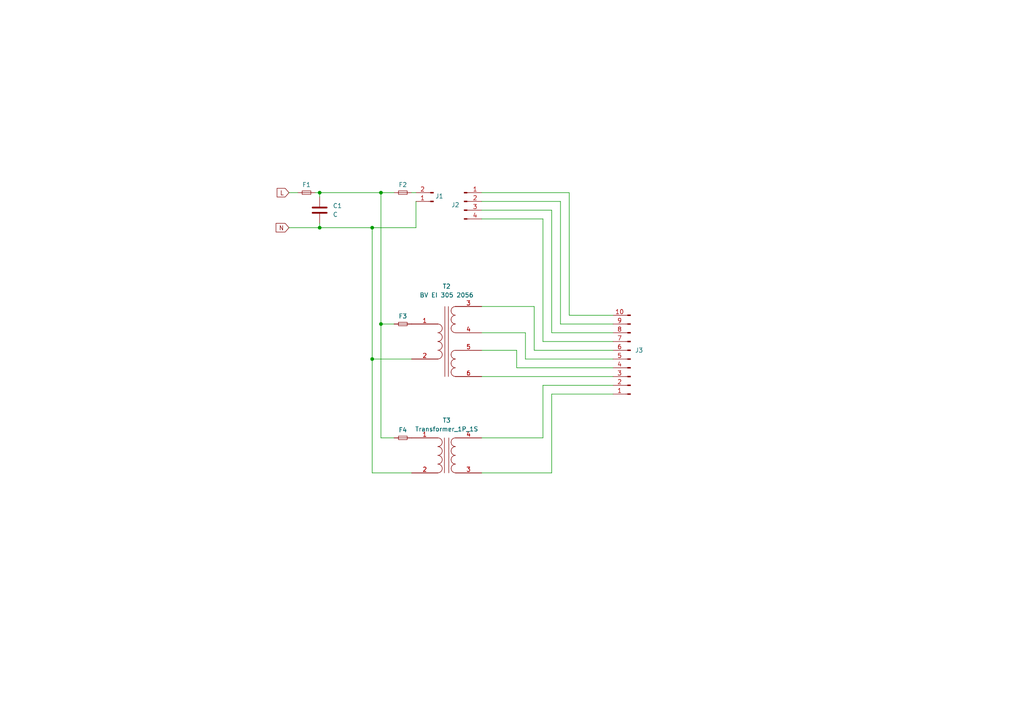
<source format=kicad_sch>
(kicad_sch
	(version 20231120)
	(generator "eeschema")
	(generator_version "8.0")
	(uuid "072b511e-f0ec-4909-b9c0-149273565cd2")
	(paper "A4")
	(lib_symbols
		(symbol "Connector:Conn_01x02_Pin"
			(pin_names
				(offset 1.016) hide)
			(exclude_from_sim no)
			(in_bom yes)
			(on_board yes)
			(property "Reference" "J"
				(at 0 2.54 0)
				(effects
					(font
						(size 1.27 1.27)
					)
				)
			)
			(property "Value" "Conn_01x02_Pin"
				(at 0 -5.08 0)
				(effects
					(font
						(size 1.27 1.27)
					)
				)
			)
			(property "Footprint" ""
				(at 0 0 0)
				(effects
					(font
						(size 1.27 1.27)
					)
					(hide yes)
				)
			)
			(property "Datasheet" "~"
				(at 0 0 0)
				(effects
					(font
						(size 1.27 1.27)
					)
					(hide yes)
				)
			)
			(property "Description" "Generic connector, single row, 01x02, script generated"
				(at 0 0 0)
				(effects
					(font
						(size 1.27 1.27)
					)
					(hide yes)
				)
			)
			(property "ki_locked" ""
				(at 0 0 0)
				(effects
					(font
						(size 1.27 1.27)
					)
				)
			)
			(property "ki_keywords" "connector"
				(at 0 0 0)
				(effects
					(font
						(size 1.27 1.27)
					)
					(hide yes)
				)
			)
			(property "ki_fp_filters" "Connector*:*_1x??_*"
				(at 0 0 0)
				(effects
					(font
						(size 1.27 1.27)
					)
					(hide yes)
				)
			)
			(symbol "Conn_01x02_Pin_1_1"
				(polyline
					(pts
						(xy 1.27 -2.54) (xy 0.8636 -2.54)
					)
					(stroke
						(width 0.1524)
						(type default)
					)
					(fill
						(type none)
					)
				)
				(polyline
					(pts
						(xy 1.27 0) (xy 0.8636 0)
					)
					(stroke
						(width 0.1524)
						(type default)
					)
					(fill
						(type none)
					)
				)
				(rectangle
					(start 0.8636 -2.413)
					(end 0 -2.667)
					(stroke
						(width 0.1524)
						(type default)
					)
					(fill
						(type outline)
					)
				)
				(rectangle
					(start 0.8636 0.127)
					(end 0 -0.127)
					(stroke
						(width 0.1524)
						(type default)
					)
					(fill
						(type outline)
					)
				)
				(pin passive line
					(at 5.08 0 180)
					(length 3.81)
					(name "Pin_1"
						(effects
							(font
								(size 1.27 1.27)
							)
						)
					)
					(number "1"
						(effects
							(font
								(size 1.27 1.27)
							)
						)
					)
				)
				(pin passive line
					(at 5.08 -2.54 180)
					(length 3.81)
					(name "Pin_2"
						(effects
							(font
								(size 1.27 1.27)
							)
						)
					)
					(number "2"
						(effects
							(font
								(size 1.27 1.27)
							)
						)
					)
				)
			)
		)
		(symbol "Connector:Conn_01x04_Pin"
			(pin_names
				(offset 1.016) hide)
			(exclude_from_sim no)
			(in_bom yes)
			(on_board yes)
			(property "Reference" "J"
				(at 0 5.08 0)
				(effects
					(font
						(size 1.27 1.27)
					)
				)
			)
			(property "Value" "Conn_01x04_Pin"
				(at 0 -7.62 0)
				(effects
					(font
						(size 1.27 1.27)
					)
				)
			)
			(property "Footprint" ""
				(at 0 0 0)
				(effects
					(font
						(size 1.27 1.27)
					)
					(hide yes)
				)
			)
			(property "Datasheet" "~"
				(at 0 0 0)
				(effects
					(font
						(size 1.27 1.27)
					)
					(hide yes)
				)
			)
			(property "Description" "Generic connector, single row, 01x04, script generated"
				(at 0 0 0)
				(effects
					(font
						(size 1.27 1.27)
					)
					(hide yes)
				)
			)
			(property "ki_locked" ""
				(at 0 0 0)
				(effects
					(font
						(size 1.27 1.27)
					)
				)
			)
			(property "ki_keywords" "connector"
				(at 0 0 0)
				(effects
					(font
						(size 1.27 1.27)
					)
					(hide yes)
				)
			)
			(property "ki_fp_filters" "Connector*:*_1x??_*"
				(at 0 0 0)
				(effects
					(font
						(size 1.27 1.27)
					)
					(hide yes)
				)
			)
			(symbol "Conn_01x04_Pin_1_1"
				(polyline
					(pts
						(xy 1.27 -5.08) (xy 0.8636 -5.08)
					)
					(stroke
						(width 0.1524)
						(type default)
					)
					(fill
						(type none)
					)
				)
				(polyline
					(pts
						(xy 1.27 -2.54) (xy 0.8636 -2.54)
					)
					(stroke
						(width 0.1524)
						(type default)
					)
					(fill
						(type none)
					)
				)
				(polyline
					(pts
						(xy 1.27 0) (xy 0.8636 0)
					)
					(stroke
						(width 0.1524)
						(type default)
					)
					(fill
						(type none)
					)
				)
				(polyline
					(pts
						(xy 1.27 2.54) (xy 0.8636 2.54)
					)
					(stroke
						(width 0.1524)
						(type default)
					)
					(fill
						(type none)
					)
				)
				(rectangle
					(start 0.8636 -4.953)
					(end 0 -5.207)
					(stroke
						(width 0.1524)
						(type default)
					)
					(fill
						(type outline)
					)
				)
				(rectangle
					(start 0.8636 -2.413)
					(end 0 -2.667)
					(stroke
						(width 0.1524)
						(type default)
					)
					(fill
						(type outline)
					)
				)
				(rectangle
					(start 0.8636 0.127)
					(end 0 -0.127)
					(stroke
						(width 0.1524)
						(type default)
					)
					(fill
						(type outline)
					)
				)
				(rectangle
					(start 0.8636 2.667)
					(end 0 2.413)
					(stroke
						(width 0.1524)
						(type default)
					)
					(fill
						(type outline)
					)
				)
				(pin passive line
					(at 5.08 2.54 180)
					(length 3.81)
					(name "Pin_1"
						(effects
							(font
								(size 1.27 1.27)
							)
						)
					)
					(number "1"
						(effects
							(font
								(size 1.27 1.27)
							)
						)
					)
				)
				(pin passive line
					(at 5.08 0 180)
					(length 3.81)
					(name "Pin_2"
						(effects
							(font
								(size 1.27 1.27)
							)
						)
					)
					(number "2"
						(effects
							(font
								(size 1.27 1.27)
							)
						)
					)
				)
				(pin passive line
					(at 5.08 -2.54 180)
					(length 3.81)
					(name "Pin_3"
						(effects
							(font
								(size 1.27 1.27)
							)
						)
					)
					(number "3"
						(effects
							(font
								(size 1.27 1.27)
							)
						)
					)
				)
				(pin passive line
					(at 5.08 -5.08 180)
					(length 3.81)
					(name "Pin_4"
						(effects
							(font
								(size 1.27 1.27)
							)
						)
					)
					(number "4"
						(effects
							(font
								(size 1.27 1.27)
							)
						)
					)
				)
			)
		)
		(symbol "Connector:Conn_01x10_Pin"
			(pin_names
				(offset 1.016) hide)
			(exclude_from_sim no)
			(in_bom yes)
			(on_board yes)
			(property "Reference" "J"
				(at 0 12.7 0)
				(effects
					(font
						(size 1.27 1.27)
					)
				)
			)
			(property "Value" "Conn_01x10_Pin"
				(at 0 -15.24 0)
				(effects
					(font
						(size 1.27 1.27)
					)
				)
			)
			(property "Footprint" ""
				(at 0 0 0)
				(effects
					(font
						(size 1.27 1.27)
					)
					(hide yes)
				)
			)
			(property "Datasheet" "~"
				(at 0 0 0)
				(effects
					(font
						(size 1.27 1.27)
					)
					(hide yes)
				)
			)
			(property "Description" "Generic connector, single row, 01x10, script generated"
				(at 0 0 0)
				(effects
					(font
						(size 1.27 1.27)
					)
					(hide yes)
				)
			)
			(property "ki_locked" ""
				(at 0 0 0)
				(effects
					(font
						(size 1.27 1.27)
					)
				)
			)
			(property "ki_keywords" "connector"
				(at 0 0 0)
				(effects
					(font
						(size 1.27 1.27)
					)
					(hide yes)
				)
			)
			(property "ki_fp_filters" "Connector*:*_1x??_*"
				(at 0 0 0)
				(effects
					(font
						(size 1.27 1.27)
					)
					(hide yes)
				)
			)
			(symbol "Conn_01x10_Pin_1_1"
				(polyline
					(pts
						(xy 1.27 -12.7) (xy 0.8636 -12.7)
					)
					(stroke
						(width 0.1524)
						(type default)
					)
					(fill
						(type none)
					)
				)
				(polyline
					(pts
						(xy 1.27 -10.16) (xy 0.8636 -10.16)
					)
					(stroke
						(width 0.1524)
						(type default)
					)
					(fill
						(type none)
					)
				)
				(polyline
					(pts
						(xy 1.27 -7.62) (xy 0.8636 -7.62)
					)
					(stroke
						(width 0.1524)
						(type default)
					)
					(fill
						(type none)
					)
				)
				(polyline
					(pts
						(xy 1.27 -5.08) (xy 0.8636 -5.08)
					)
					(stroke
						(width 0.1524)
						(type default)
					)
					(fill
						(type none)
					)
				)
				(polyline
					(pts
						(xy 1.27 -2.54) (xy 0.8636 -2.54)
					)
					(stroke
						(width 0.1524)
						(type default)
					)
					(fill
						(type none)
					)
				)
				(polyline
					(pts
						(xy 1.27 0) (xy 0.8636 0)
					)
					(stroke
						(width 0.1524)
						(type default)
					)
					(fill
						(type none)
					)
				)
				(polyline
					(pts
						(xy 1.27 2.54) (xy 0.8636 2.54)
					)
					(stroke
						(width 0.1524)
						(type default)
					)
					(fill
						(type none)
					)
				)
				(polyline
					(pts
						(xy 1.27 5.08) (xy 0.8636 5.08)
					)
					(stroke
						(width 0.1524)
						(type default)
					)
					(fill
						(type none)
					)
				)
				(polyline
					(pts
						(xy 1.27 7.62) (xy 0.8636 7.62)
					)
					(stroke
						(width 0.1524)
						(type default)
					)
					(fill
						(type none)
					)
				)
				(polyline
					(pts
						(xy 1.27 10.16) (xy 0.8636 10.16)
					)
					(stroke
						(width 0.1524)
						(type default)
					)
					(fill
						(type none)
					)
				)
				(rectangle
					(start 0.8636 -12.573)
					(end 0 -12.827)
					(stroke
						(width 0.1524)
						(type default)
					)
					(fill
						(type outline)
					)
				)
				(rectangle
					(start 0.8636 -10.033)
					(end 0 -10.287)
					(stroke
						(width 0.1524)
						(type default)
					)
					(fill
						(type outline)
					)
				)
				(rectangle
					(start 0.8636 -7.493)
					(end 0 -7.747)
					(stroke
						(width 0.1524)
						(type default)
					)
					(fill
						(type outline)
					)
				)
				(rectangle
					(start 0.8636 -4.953)
					(end 0 -5.207)
					(stroke
						(width 0.1524)
						(type default)
					)
					(fill
						(type outline)
					)
				)
				(rectangle
					(start 0.8636 -2.413)
					(end 0 -2.667)
					(stroke
						(width 0.1524)
						(type default)
					)
					(fill
						(type outline)
					)
				)
				(rectangle
					(start 0.8636 0.127)
					(end 0 -0.127)
					(stroke
						(width 0.1524)
						(type default)
					)
					(fill
						(type outline)
					)
				)
				(rectangle
					(start 0.8636 2.667)
					(end 0 2.413)
					(stroke
						(width 0.1524)
						(type default)
					)
					(fill
						(type outline)
					)
				)
				(rectangle
					(start 0.8636 5.207)
					(end 0 4.953)
					(stroke
						(width 0.1524)
						(type default)
					)
					(fill
						(type outline)
					)
				)
				(rectangle
					(start 0.8636 7.747)
					(end 0 7.493)
					(stroke
						(width 0.1524)
						(type default)
					)
					(fill
						(type outline)
					)
				)
				(rectangle
					(start 0.8636 10.287)
					(end 0 10.033)
					(stroke
						(width 0.1524)
						(type default)
					)
					(fill
						(type outline)
					)
				)
				(pin passive line
					(at 5.08 10.16 180)
					(length 3.81)
					(name "Pin_1"
						(effects
							(font
								(size 1.27 1.27)
							)
						)
					)
					(number "1"
						(effects
							(font
								(size 1.27 1.27)
							)
						)
					)
				)
				(pin passive line
					(at 5.08 -12.7 180)
					(length 3.81)
					(name "Pin_10"
						(effects
							(font
								(size 1.27 1.27)
							)
						)
					)
					(number "10"
						(effects
							(font
								(size 1.27 1.27)
							)
						)
					)
				)
				(pin passive line
					(at 5.08 7.62 180)
					(length 3.81)
					(name "Pin_2"
						(effects
							(font
								(size 1.27 1.27)
							)
						)
					)
					(number "2"
						(effects
							(font
								(size 1.27 1.27)
							)
						)
					)
				)
				(pin passive line
					(at 5.08 5.08 180)
					(length 3.81)
					(name "Pin_3"
						(effects
							(font
								(size 1.27 1.27)
							)
						)
					)
					(number "3"
						(effects
							(font
								(size 1.27 1.27)
							)
						)
					)
				)
				(pin passive line
					(at 5.08 2.54 180)
					(length 3.81)
					(name "Pin_4"
						(effects
							(font
								(size 1.27 1.27)
							)
						)
					)
					(number "4"
						(effects
							(font
								(size 1.27 1.27)
							)
						)
					)
				)
				(pin passive line
					(at 5.08 0 180)
					(length 3.81)
					(name "Pin_5"
						(effects
							(font
								(size 1.27 1.27)
							)
						)
					)
					(number "5"
						(effects
							(font
								(size 1.27 1.27)
							)
						)
					)
				)
				(pin passive line
					(at 5.08 -2.54 180)
					(length 3.81)
					(name "Pin_6"
						(effects
							(font
								(size 1.27 1.27)
							)
						)
					)
					(number "6"
						(effects
							(font
								(size 1.27 1.27)
							)
						)
					)
				)
				(pin passive line
					(at 5.08 -5.08 180)
					(length 3.81)
					(name "Pin_7"
						(effects
							(font
								(size 1.27 1.27)
							)
						)
					)
					(number "7"
						(effects
							(font
								(size 1.27 1.27)
							)
						)
					)
				)
				(pin passive line
					(at 5.08 -7.62 180)
					(length 3.81)
					(name "Pin_8"
						(effects
							(font
								(size 1.27 1.27)
							)
						)
					)
					(number "8"
						(effects
							(font
								(size 1.27 1.27)
							)
						)
					)
				)
				(pin passive line
					(at 5.08 -10.16 180)
					(length 3.81)
					(name "Pin_9"
						(effects
							(font
								(size 1.27 1.27)
							)
						)
					)
					(number "9"
						(effects
							(font
								(size 1.27 1.27)
							)
						)
					)
				)
			)
		)
		(symbol "Device:C"
			(pin_numbers hide)
			(pin_names
				(offset 0.254)
			)
			(exclude_from_sim no)
			(in_bom yes)
			(on_board yes)
			(property "Reference" "C"
				(at 0.635 2.54 0)
				(effects
					(font
						(size 1.27 1.27)
					)
					(justify left)
				)
			)
			(property "Value" "C"
				(at 0.635 -2.54 0)
				(effects
					(font
						(size 1.27 1.27)
					)
					(justify left)
				)
			)
			(property "Footprint" ""
				(at 0.9652 -3.81 0)
				(effects
					(font
						(size 1.27 1.27)
					)
					(hide yes)
				)
			)
			(property "Datasheet" "~"
				(at 0 0 0)
				(effects
					(font
						(size 1.27 1.27)
					)
					(hide yes)
				)
			)
			(property "Description" "Unpolarized capacitor"
				(at 0 0 0)
				(effects
					(font
						(size 1.27 1.27)
					)
					(hide yes)
				)
			)
			(property "ki_keywords" "cap capacitor"
				(at 0 0 0)
				(effects
					(font
						(size 1.27 1.27)
					)
					(hide yes)
				)
			)
			(property "ki_fp_filters" "C_*"
				(at 0 0 0)
				(effects
					(font
						(size 1.27 1.27)
					)
					(hide yes)
				)
			)
			(symbol "C_0_1"
				(polyline
					(pts
						(xy -2.032 -0.762) (xy 2.032 -0.762)
					)
					(stroke
						(width 0.508)
						(type default)
					)
					(fill
						(type none)
					)
				)
				(polyline
					(pts
						(xy -2.032 0.762) (xy 2.032 0.762)
					)
					(stroke
						(width 0.508)
						(type default)
					)
					(fill
						(type none)
					)
				)
			)
			(symbol "C_1_1"
				(pin passive line
					(at 0 3.81 270)
					(length 2.794)
					(name "~"
						(effects
							(font
								(size 1.27 1.27)
							)
						)
					)
					(number "1"
						(effects
							(font
								(size 1.27 1.27)
							)
						)
					)
				)
				(pin passive line
					(at 0 -3.81 90)
					(length 2.794)
					(name "~"
						(effects
							(font
								(size 1.27 1.27)
							)
						)
					)
					(number "2"
						(effects
							(font
								(size 1.27 1.27)
							)
						)
					)
				)
			)
		)
		(symbol "Device:Fuse_Small"
			(pin_numbers hide)
			(pin_names
				(offset 0.254) hide)
			(exclude_from_sim no)
			(in_bom yes)
			(on_board yes)
			(property "Reference" "F"
				(at 0 -1.524 0)
				(effects
					(font
						(size 1.27 1.27)
					)
				)
			)
			(property "Value" "Fuse_Small"
				(at 0 1.524 0)
				(effects
					(font
						(size 1.27 1.27)
					)
				)
			)
			(property "Footprint" ""
				(at 0 0 0)
				(effects
					(font
						(size 1.27 1.27)
					)
					(hide yes)
				)
			)
			(property "Datasheet" "~"
				(at 0 0 0)
				(effects
					(font
						(size 1.27 1.27)
					)
					(hide yes)
				)
			)
			(property "Description" "Fuse, small symbol"
				(at 0 0 0)
				(effects
					(font
						(size 1.27 1.27)
					)
					(hide yes)
				)
			)
			(property "ki_keywords" "fuse"
				(at 0 0 0)
				(effects
					(font
						(size 1.27 1.27)
					)
					(hide yes)
				)
			)
			(property "ki_fp_filters" "*Fuse*"
				(at 0 0 0)
				(effects
					(font
						(size 1.27 1.27)
					)
					(hide yes)
				)
			)
			(symbol "Fuse_Small_0_1"
				(rectangle
					(start -1.27 0.508)
					(end 1.27 -0.508)
					(stroke
						(width 0)
						(type default)
					)
					(fill
						(type none)
					)
				)
				(polyline
					(pts
						(xy -1.27 0) (xy 1.27 0)
					)
					(stroke
						(width 0)
						(type default)
					)
					(fill
						(type none)
					)
				)
			)
			(symbol "Fuse_Small_1_1"
				(pin passive line
					(at -2.54 0 0)
					(length 1.27)
					(name "~"
						(effects
							(font
								(size 1.27 1.27)
							)
						)
					)
					(number "1"
						(effects
							(font
								(size 1.27 1.27)
							)
						)
					)
				)
				(pin passive line
					(at 2.54 0 180)
					(length 1.27)
					(name "~"
						(effects
							(font
								(size 1.27 1.27)
							)
						)
					)
					(number "2"
						(effects
							(font
								(size 1.27 1.27)
							)
						)
					)
				)
			)
		)
		(symbol "Device:Transformer_1P_1S"
			(pin_names
				(offset 1.016) hide)
			(exclude_from_sim no)
			(in_bom yes)
			(on_board yes)
			(property "Reference" "T"
				(at 0 6.35 0)
				(effects
					(font
						(size 1.27 1.27)
					)
				)
			)
			(property "Value" "Transformer_1P_1S"
				(at 0 -7.62 0)
				(effects
					(font
						(size 1.27 1.27)
					)
				)
			)
			(property "Footprint" ""
				(at 0 0 0)
				(effects
					(font
						(size 1.27 1.27)
					)
					(hide yes)
				)
			)
			(property "Datasheet" "~"
				(at 0 0 0)
				(effects
					(font
						(size 1.27 1.27)
					)
					(hide yes)
				)
			)
			(property "Description" "Transformer, single primary, single secondary"
				(at 0 0 0)
				(effects
					(font
						(size 1.27 1.27)
					)
					(hide yes)
				)
			)
			(property "ki_keywords" "transformer coil magnet"
				(at 0 0 0)
				(effects
					(font
						(size 1.27 1.27)
					)
					(hide yes)
				)
			)
			(symbol "Transformer_1P_1S_0_1"
				(arc
					(start -2.54 -5.0546)
					(mid -1.6599 -4.6901)
					(end -1.27 -3.81)
					(stroke
						(width 0)
						(type default)
					)
					(fill
						(type none)
					)
				)
				(arc
					(start -2.54 -2.5146)
					(mid -1.6599 -2.1501)
					(end -1.27 -1.27)
					(stroke
						(width 0)
						(type default)
					)
					(fill
						(type none)
					)
				)
				(arc
					(start -2.54 0.0254)
					(mid -1.6599 0.3899)
					(end -1.27 1.27)
					(stroke
						(width 0)
						(type default)
					)
					(fill
						(type none)
					)
				)
				(arc
					(start -2.54 2.5654)
					(mid -1.6599 2.9299)
					(end -1.27 3.81)
					(stroke
						(width 0)
						(type default)
					)
					(fill
						(type none)
					)
				)
				(arc
					(start -1.27 -3.81)
					(mid -1.642 -2.912)
					(end -2.54 -2.54)
					(stroke
						(width 0)
						(type default)
					)
					(fill
						(type none)
					)
				)
				(arc
					(start -1.27 -1.27)
					(mid -1.642 -0.372)
					(end -2.54 0)
					(stroke
						(width 0)
						(type default)
					)
					(fill
						(type none)
					)
				)
				(arc
					(start -1.27 1.27)
					(mid -1.642 2.168)
					(end -2.54 2.54)
					(stroke
						(width 0)
						(type default)
					)
					(fill
						(type none)
					)
				)
				(arc
					(start -1.27 3.81)
					(mid -1.642 4.708)
					(end -2.54 5.08)
					(stroke
						(width 0)
						(type default)
					)
					(fill
						(type none)
					)
				)
				(polyline
					(pts
						(xy -0.635 5.08) (xy -0.635 -5.08)
					)
					(stroke
						(width 0)
						(type default)
					)
					(fill
						(type none)
					)
				)
				(polyline
					(pts
						(xy 0.635 -5.08) (xy 0.635 5.08)
					)
					(stroke
						(width 0)
						(type default)
					)
					(fill
						(type none)
					)
				)
				(arc
					(start 1.2954 -1.27)
					(mid 1.6599 -2.1501)
					(end 2.54 -2.5146)
					(stroke
						(width 0)
						(type default)
					)
					(fill
						(type none)
					)
				)
				(arc
					(start 1.2954 1.27)
					(mid 1.6599 0.3899)
					(end 2.54 0.0254)
					(stroke
						(width 0)
						(type default)
					)
					(fill
						(type none)
					)
				)
				(arc
					(start 1.2954 3.81)
					(mid 1.6599 2.9299)
					(end 2.54 2.5654)
					(stroke
						(width 0)
						(type default)
					)
					(fill
						(type none)
					)
				)
				(arc
					(start 1.3208 -3.81)
					(mid 1.6853 -4.6901)
					(end 2.5654 -5.0546)
					(stroke
						(width 0)
						(type default)
					)
					(fill
						(type none)
					)
				)
				(arc
					(start 2.54 0)
					(mid 1.642 -0.372)
					(end 1.2954 -1.27)
					(stroke
						(width 0)
						(type default)
					)
					(fill
						(type none)
					)
				)
				(arc
					(start 2.54 2.54)
					(mid 1.642 2.168)
					(end 1.2954 1.27)
					(stroke
						(width 0)
						(type default)
					)
					(fill
						(type none)
					)
				)
				(arc
					(start 2.54 5.08)
					(mid 1.642 4.708)
					(end 1.2954 3.81)
					(stroke
						(width 0)
						(type default)
					)
					(fill
						(type none)
					)
				)
				(arc
					(start 2.5654 -2.54)
					(mid 1.6674 -2.912)
					(end 1.3208 -3.81)
					(stroke
						(width 0)
						(type default)
					)
					(fill
						(type none)
					)
				)
			)
			(symbol "Transformer_1P_1S_1_1"
				(pin passive line
					(at -10.16 5.08 0)
					(length 7.62)
					(name "AA"
						(effects
							(font
								(size 1.27 1.27)
							)
						)
					)
					(number "1"
						(effects
							(font
								(size 1.27 1.27)
							)
						)
					)
				)
				(pin passive line
					(at -10.16 -5.08 0)
					(length 7.62)
					(name "AB"
						(effects
							(font
								(size 1.27 1.27)
							)
						)
					)
					(number "2"
						(effects
							(font
								(size 1.27 1.27)
							)
						)
					)
				)
				(pin passive line
					(at 10.16 -5.08 180)
					(length 7.62)
					(name "SA"
						(effects
							(font
								(size 1.27 1.27)
							)
						)
					)
					(number "3"
						(effects
							(font
								(size 1.27 1.27)
							)
						)
					)
				)
				(pin passive line
					(at 10.16 5.08 180)
					(length 7.62)
					(name "SB"
						(effects
							(font
								(size 1.27 1.27)
							)
						)
					)
					(number "4"
						(effects
							(font
								(size 1.27 1.27)
							)
						)
					)
				)
			)
		)
		(symbol "Device:Transformer_1P_2S"
			(pin_names
				(offset 1.016) hide)
			(exclude_from_sim no)
			(in_bom yes)
			(on_board yes)
			(property "Reference" "T"
				(at 0 12.7 0)
				(effects
					(font
						(size 1.27 1.27)
					)
				)
			)
			(property "Value" "Transformer_1P_2S"
				(at 0 -12.7 0)
				(effects
					(font
						(size 1.27 1.27)
					)
				)
			)
			(property "Footprint" ""
				(at 0 0 0)
				(effects
					(font
						(size 1.27 1.27)
					)
					(hide yes)
				)
			)
			(property "Datasheet" "~"
				(at 0 0 0)
				(effects
					(font
						(size 1.27 1.27)
					)
					(hide yes)
				)
			)
			(property "Description" "Transformer, single primary, dual secondary"
				(at 0 0 0)
				(effects
					(font
						(size 1.27 1.27)
					)
					(hide yes)
				)
			)
			(property "ki_keywords" "transformer coil magnet"
				(at 0 0 0)
				(effects
					(font
						(size 1.27 1.27)
					)
					(hide yes)
				)
			)
			(symbol "Transformer_1P_2S_0_1"
				(arc
					(start -2.54 -5.0546)
					(mid -1.6599 -4.6901)
					(end -1.27 -3.81)
					(stroke
						(width 0)
						(type default)
					)
					(fill
						(type none)
					)
				)
				(arc
					(start -2.54 -2.5146)
					(mid -1.6599 -2.1501)
					(end -1.27 -1.27)
					(stroke
						(width 0)
						(type default)
					)
					(fill
						(type none)
					)
				)
				(arc
					(start -2.54 0.0254)
					(mid -1.6599 0.3899)
					(end -1.27 1.27)
					(stroke
						(width 0)
						(type default)
					)
					(fill
						(type none)
					)
				)
				(arc
					(start -2.54 2.5654)
					(mid -1.6599 2.9299)
					(end -1.27 3.81)
					(stroke
						(width 0)
						(type default)
					)
					(fill
						(type none)
					)
				)
				(arc
					(start -1.27 -3.81)
					(mid -1.642 -2.912)
					(end -2.54 -2.54)
					(stroke
						(width 0)
						(type default)
					)
					(fill
						(type none)
					)
				)
				(arc
					(start -1.27 -1.27)
					(mid -1.642 -0.372)
					(end -2.54 0)
					(stroke
						(width 0)
						(type default)
					)
					(fill
						(type none)
					)
				)
				(arc
					(start -1.27 1.27)
					(mid -1.642 2.168)
					(end -2.54 2.54)
					(stroke
						(width 0)
						(type default)
					)
					(fill
						(type none)
					)
				)
				(arc
					(start -1.27 3.81)
					(mid -1.642 4.708)
					(end -2.54 5.08)
					(stroke
						(width 0)
						(type default)
					)
					(fill
						(type none)
					)
				)
				(polyline
					(pts
						(xy -0.508 -10.16) (xy -0.508 10.16)
					)
					(stroke
						(width 0)
						(type default)
					)
					(fill
						(type none)
					)
				)
				(polyline
					(pts
						(xy 0.508 10.16) (xy 0.508 -10.16)
					)
					(stroke
						(width 0)
						(type default)
					)
					(fill
						(type none)
					)
				)
				(arc
					(start 1.2954 -8.89)
					(mid 1.6599 -9.7701)
					(end 2.54 -10.1346)
					(stroke
						(width 0)
						(type default)
					)
					(fill
						(type none)
					)
				)
				(arc
					(start 1.2954 -6.35)
					(mid 1.6599 -7.2301)
					(end 2.54 -7.5946)
					(stroke
						(width 0)
						(type default)
					)
					(fill
						(type none)
					)
				)
				(arc
					(start 1.2954 -3.81)
					(mid 1.6599 -4.6901)
					(end 2.54 -5.0546)
					(stroke
						(width 0)
						(type default)
					)
					(fill
						(type none)
					)
				)
				(arc
					(start 1.2954 3.81)
					(mid 1.6599 2.9299)
					(end 2.54 2.5654)
					(stroke
						(width 0)
						(type default)
					)
					(fill
						(type none)
					)
				)
				(arc
					(start 1.2954 6.35)
					(mid 1.6599 5.4699)
					(end 2.54 5.1054)
					(stroke
						(width 0)
						(type default)
					)
					(fill
						(type none)
					)
				)
				(arc
					(start 1.2954 8.89)
					(mid 1.6599 8.0099)
					(end 2.54 7.6454)
					(stroke
						(width 0)
						(type default)
					)
					(fill
						(type none)
					)
				)
				(arc
					(start 2.54 -7.62)
					(mid 1.642 -7.992)
					(end 1.2954 -8.89)
					(stroke
						(width 0)
						(type default)
					)
					(fill
						(type none)
					)
				)
				(arc
					(start 2.54 -5.08)
					(mid 1.642 -5.452)
					(end 1.2954 -6.35)
					(stroke
						(width 0)
						(type default)
					)
					(fill
						(type none)
					)
				)
				(arc
					(start 2.54 -2.54)
					(mid 1.642 -2.912)
					(end 1.2954 -3.81)
					(stroke
						(width 0)
						(type default)
					)
					(fill
						(type none)
					)
				)
				(arc
					(start 2.54 5.08)
					(mid 1.642 4.708)
					(end 1.2954 3.81)
					(stroke
						(width 0)
						(type default)
					)
					(fill
						(type none)
					)
				)
				(arc
					(start 2.54 7.62)
					(mid 1.642 7.248)
					(end 1.2954 6.35)
					(stroke
						(width 0)
						(type default)
					)
					(fill
						(type none)
					)
				)
				(arc
					(start 2.54 10.16)
					(mid 1.642 9.788)
					(end 1.2954 8.89)
					(stroke
						(width 0)
						(type default)
					)
					(fill
						(type none)
					)
				)
			)
			(symbol "Transformer_1P_2S_1_1"
				(pin passive line
					(at -10.16 5.08 0)
					(length 7.62)
					(name "AA"
						(effects
							(font
								(size 1.27 1.27)
							)
						)
					)
					(number "1"
						(effects
							(font
								(size 1.27 1.27)
							)
						)
					)
				)
				(pin passive line
					(at -10.16 -5.08 0)
					(length 7.62)
					(name "AB"
						(effects
							(font
								(size 1.27 1.27)
							)
						)
					)
					(number "2"
						(effects
							(font
								(size 1.27 1.27)
							)
						)
					)
				)
				(pin passive line
					(at 10.16 10.16 180)
					(length 7.62)
					(name "SA"
						(effects
							(font
								(size 1.27 1.27)
							)
						)
					)
					(number "3"
						(effects
							(font
								(size 1.27 1.27)
							)
						)
					)
				)
				(pin passive line
					(at 10.16 2.54 180)
					(length 7.62)
					(name "SB"
						(effects
							(font
								(size 1.27 1.27)
							)
						)
					)
					(number "4"
						(effects
							(font
								(size 1.27 1.27)
							)
						)
					)
				)
				(pin passive line
					(at 10.16 -2.54 180)
					(length 7.62)
					(name "SC"
						(effects
							(font
								(size 1.27 1.27)
							)
						)
					)
					(number "5"
						(effects
							(font
								(size 1.27 1.27)
							)
						)
					)
				)
				(pin passive line
					(at 10.16 -10.16 180)
					(length 7.62)
					(name "SD"
						(effects
							(font
								(size 1.27 1.27)
							)
						)
					)
					(number "6"
						(effects
							(font
								(size 1.27 1.27)
							)
						)
					)
				)
			)
		)
	)
	(junction
		(at 107.95 104.14)
		(diameter 0)
		(color 0 0 0 0)
		(uuid "702046a0-8f5d-42cb-9af3-0519fca340f7")
	)
	(junction
		(at 107.95 66.04)
		(diameter 0)
		(color 0 0 0 0)
		(uuid "70af064d-5817-45c9-b879-d20a7b7b1b84")
	)
	(junction
		(at 110.49 55.88)
		(diameter 0)
		(color 0 0 0 0)
		(uuid "c8c2094d-7644-43a3-b8b1-c7f11daee41b")
	)
	(junction
		(at 110.49 93.98)
		(diameter 0)
		(color 0 0 0 0)
		(uuid "dc922b40-0beb-4317-bdb5-086d11d32bea")
	)
	(junction
		(at 92.71 55.88)
		(diameter 0)
		(color 0 0 0 0)
		(uuid "ee5af16c-b9d8-420a-98e6-7067421c2ab4")
	)
	(junction
		(at 92.71 66.04)
		(diameter 0)
		(color 0 0 0 0)
		(uuid "f7da677b-feb8-424b-bb03-fed863a93208")
	)
	(wire
		(pts
			(xy 139.7 101.6) (xy 149.86 101.6)
		)
		(stroke
			(width 0)
			(type default)
		)
		(uuid "03aebee6-07fe-4614-ac44-9e6f0f556d2a")
	)
	(wire
		(pts
			(xy 157.48 63.5) (xy 157.48 99.06)
		)
		(stroke
			(width 0)
			(type default)
		)
		(uuid "0535629e-e539-4ba0-89c5-f9bd766c69a3")
	)
	(wire
		(pts
			(xy 152.4 104.14) (xy 177.8 104.14)
		)
		(stroke
			(width 0)
			(type default)
		)
		(uuid "07353162-c7e0-48be-b093-e8cd4ccf1c99")
	)
	(wire
		(pts
			(xy 162.56 58.42) (xy 162.56 93.98)
		)
		(stroke
			(width 0)
			(type default)
		)
		(uuid "21023a71-39d3-4576-908b-ae317f2b2def")
	)
	(wire
		(pts
			(xy 139.7 96.52) (xy 152.4 96.52)
		)
		(stroke
			(width 0)
			(type default)
		)
		(uuid "309dd896-fcdd-44c6-964a-8c3fc26325a4")
	)
	(wire
		(pts
			(xy 139.7 127) (xy 157.48 127)
		)
		(stroke
			(width 0)
			(type default)
		)
		(uuid "31712336-794a-407c-9659-37378cf1ade3")
	)
	(wire
		(pts
			(xy 160.02 96.52) (xy 177.8 96.52)
		)
		(stroke
			(width 0)
			(type default)
		)
		(uuid "3872d16b-8b2e-4146-aa85-7c0ba11b1b82")
	)
	(wire
		(pts
			(xy 157.48 99.06) (xy 177.8 99.06)
		)
		(stroke
			(width 0)
			(type default)
		)
		(uuid "38fdc2c1-c980-40d3-b5be-f0882d3c7d93")
	)
	(wire
		(pts
			(xy 107.95 104.14) (xy 107.95 137.16)
		)
		(stroke
			(width 0)
			(type default)
		)
		(uuid "3b95115a-34a2-4b00-b020-39c65c79c868")
	)
	(wire
		(pts
			(xy 120.65 66.04) (xy 120.65 58.42)
		)
		(stroke
			(width 0)
			(type default)
		)
		(uuid "4389c2aa-bd5f-4a85-bef4-297facdff112")
	)
	(wire
		(pts
			(xy 110.49 93.98) (xy 114.3 93.98)
		)
		(stroke
			(width 0)
			(type default)
		)
		(uuid "4b08f409-5754-4283-b23c-35ccfca542b9")
	)
	(wire
		(pts
			(xy 119.38 55.88) (xy 120.65 55.88)
		)
		(stroke
			(width 0)
			(type default)
		)
		(uuid "4ef755f3-078a-44d0-807f-c05f26fcbbdc")
	)
	(wire
		(pts
			(xy 83.82 66.04) (xy 92.71 66.04)
		)
		(stroke
			(width 0)
			(type default)
		)
		(uuid "50240a66-f702-4d6a-8c27-41e00022fd56")
	)
	(wire
		(pts
			(xy 149.86 101.6) (xy 149.86 106.68)
		)
		(stroke
			(width 0)
			(type default)
		)
		(uuid "592c9dcc-1a11-41e4-9797-e58871782189")
	)
	(wire
		(pts
			(xy 154.94 88.9) (xy 154.94 101.6)
		)
		(stroke
			(width 0)
			(type default)
		)
		(uuid "5a64befd-00f7-4873-b543-558b5115b677")
	)
	(wire
		(pts
			(xy 110.49 127) (xy 114.3 127)
		)
		(stroke
			(width 0)
			(type default)
		)
		(uuid "5c131c7a-615a-4c0d-bbef-2d1a457d8e91")
	)
	(wire
		(pts
			(xy 107.95 66.04) (xy 120.65 66.04)
		)
		(stroke
			(width 0)
			(type default)
		)
		(uuid "5cfc2114-5320-4e3e-8eeb-3e16a5d601da")
	)
	(wire
		(pts
			(xy 139.7 63.5) (xy 157.48 63.5)
		)
		(stroke
			(width 0)
			(type default)
		)
		(uuid "63ffb284-1788-4e7f-88bc-ae9ea5f27d0d")
	)
	(wire
		(pts
			(xy 139.7 60.96) (xy 160.02 60.96)
		)
		(stroke
			(width 0)
			(type default)
		)
		(uuid "6600ea1f-6ac2-4e13-a4ab-19eee853a063")
	)
	(wire
		(pts
			(xy 139.7 55.88) (xy 165.1 55.88)
		)
		(stroke
			(width 0)
			(type default)
		)
		(uuid "68d2deb9-5a65-4e9a-8ac2-a4a04e2b1a33")
	)
	(wire
		(pts
			(xy 139.7 137.16) (xy 160.02 137.16)
		)
		(stroke
			(width 0)
			(type default)
		)
		(uuid "68e15084-662c-47b5-af64-927926ac6b70")
	)
	(wire
		(pts
			(xy 92.71 55.88) (xy 92.71 57.15)
		)
		(stroke
			(width 0)
			(type default)
		)
		(uuid "6c547092-3cab-446d-81f2-7ea462eaf655")
	)
	(wire
		(pts
			(xy 92.71 55.88) (xy 110.49 55.88)
		)
		(stroke
			(width 0)
			(type default)
		)
		(uuid "6f3d9a97-4bca-4472-9eeb-305f27a619a1")
	)
	(wire
		(pts
			(xy 92.71 64.77) (xy 92.71 66.04)
		)
		(stroke
			(width 0)
			(type default)
		)
		(uuid "72badcf1-6fa1-49f9-8de0-83e46a64dd83")
	)
	(wire
		(pts
			(xy 110.49 55.88) (xy 110.49 93.98)
		)
		(stroke
			(width 0)
			(type default)
		)
		(uuid "839115d3-ea41-4ec8-9225-a8d34fb75cd2")
	)
	(wire
		(pts
			(xy 110.49 93.98) (xy 110.49 127)
		)
		(stroke
			(width 0)
			(type default)
		)
		(uuid "85628733-cd4a-49ef-a6fb-b96033b2b4d0")
	)
	(wire
		(pts
			(xy 160.02 60.96) (xy 160.02 96.52)
		)
		(stroke
			(width 0)
			(type default)
		)
		(uuid "8bfe02c2-2413-4cfa-b841-0fe216f0308d")
	)
	(wire
		(pts
			(xy 162.56 93.98) (xy 177.8 93.98)
		)
		(stroke
			(width 0)
			(type default)
		)
		(uuid "8e4d8b58-0b3f-48c5-ad3f-de0a53fd9ec4")
	)
	(wire
		(pts
			(xy 139.7 58.42) (xy 162.56 58.42)
		)
		(stroke
			(width 0)
			(type default)
		)
		(uuid "9278de70-3bf0-4108-9556-a3e754312182")
	)
	(wire
		(pts
			(xy 160.02 114.3) (xy 177.8 114.3)
		)
		(stroke
			(width 0)
			(type default)
		)
		(uuid "9ba3b17f-9f0c-4315-8d34-275bce5bd07c")
	)
	(wire
		(pts
			(xy 110.49 55.88) (xy 114.3 55.88)
		)
		(stroke
			(width 0)
			(type default)
		)
		(uuid "9f6d6f64-8b74-4bcc-9ab8-7f74ddfdce1b")
	)
	(wire
		(pts
			(xy 139.7 109.22) (xy 177.8 109.22)
		)
		(stroke
			(width 0)
			(type default)
		)
		(uuid "a266c60a-bfc9-41c5-a05e-3f857a3d5afc")
	)
	(wire
		(pts
			(xy 165.1 55.88) (xy 165.1 91.44)
		)
		(stroke
			(width 0)
			(type default)
		)
		(uuid "a5647281-fb0f-4a89-bac3-5ab5825d13e5")
	)
	(wire
		(pts
			(xy 107.95 66.04) (xy 107.95 104.14)
		)
		(stroke
			(width 0)
			(type default)
		)
		(uuid "a582d958-dc4d-4eb2-8a5b-371b02c7faba")
	)
	(wire
		(pts
			(xy 92.71 66.04) (xy 107.95 66.04)
		)
		(stroke
			(width 0)
			(type default)
		)
		(uuid "ae61e277-a195-4ca3-9e3b-721eca658373")
	)
	(wire
		(pts
			(xy 165.1 91.44) (xy 177.8 91.44)
		)
		(stroke
			(width 0)
			(type default)
		)
		(uuid "b01ba5a3-9a2d-471d-aae3-a2569275dbf0")
	)
	(wire
		(pts
			(xy 119.38 137.16) (xy 107.95 137.16)
		)
		(stroke
			(width 0)
			(type default)
		)
		(uuid "bee1e793-fde6-41ab-9dce-05402482a482")
	)
	(wire
		(pts
			(xy 152.4 96.52) (xy 152.4 104.14)
		)
		(stroke
			(width 0)
			(type default)
		)
		(uuid "ca64c718-9b54-4ecb-8700-a35789e77dab")
	)
	(wire
		(pts
			(xy 139.7 88.9) (xy 154.94 88.9)
		)
		(stroke
			(width 0)
			(type default)
		)
		(uuid "d7c60915-d965-4617-a017-e1f4b79f8fae")
	)
	(wire
		(pts
			(xy 107.95 104.14) (xy 119.38 104.14)
		)
		(stroke
			(width 0)
			(type default)
		)
		(uuid "d7ec79c3-b44a-4294-90c2-384051cddd94")
	)
	(wire
		(pts
			(xy 177.8 111.76) (xy 157.48 111.76)
		)
		(stroke
			(width 0)
			(type default)
		)
		(uuid "e4b51bdb-28fe-4920-a920-eed3a6fdec81")
	)
	(wire
		(pts
			(xy 154.94 101.6) (xy 177.8 101.6)
		)
		(stroke
			(width 0)
			(type default)
		)
		(uuid "e61a1100-4e0e-4e82-bc50-f88084eeb731")
	)
	(wire
		(pts
			(xy 160.02 137.16) (xy 160.02 114.3)
		)
		(stroke
			(width 0)
			(type default)
		)
		(uuid "e919b771-de95-4c13-88a1-72103c471977")
	)
	(wire
		(pts
			(xy 157.48 111.76) (xy 157.48 127)
		)
		(stroke
			(width 0)
			(type default)
		)
		(uuid "eb99368f-a2e2-4fb5-9548-fb02b835f474")
	)
	(wire
		(pts
			(xy 91.44 55.88) (xy 92.71 55.88)
		)
		(stroke
			(width 0)
			(type default)
		)
		(uuid "ee544906-dba5-4a7a-a533-3e07a9243c47")
	)
	(wire
		(pts
			(xy 149.86 106.68) (xy 177.8 106.68)
		)
		(stroke
			(width 0)
			(type default)
		)
		(uuid "feb88e8f-e64e-49d3-80da-78381c92e182")
	)
	(wire
		(pts
			(xy 83.82 55.88) (xy 86.36 55.88)
		)
		(stroke
			(width 0)
			(type default)
		)
		(uuid "ff1156a3-b5ea-482d-95c1-8287d40f04e4")
	)
	(global_label "N"
		(shape input)
		(at 83.82 66.04 180)
		(fields_autoplaced yes)
		(effects
			(font
				(size 1.27 1.27)
			)
			(justify right)
		)
		(uuid "2b681095-284b-4feb-b0ab-0b886528e885")
		(property "Intersheetrefs" "${INTERSHEET_REFS}"
			(at 79.5043 66.04 0)
			(effects
				(font
					(size 1.27 1.27)
				)
				(justify right)
				(hide yes)
			)
		)
	)
	(global_label "L"
		(shape input)
		(at 83.82 55.88 180)
		(fields_autoplaced yes)
		(effects
			(font
				(size 1.27 1.27)
			)
			(justify right)
		)
		(uuid "6bb878d8-ba76-4750-abee-b8d0b0fce859")
		(property "Intersheetrefs" "${INTERSHEET_REFS}"
			(at 79.8067 55.88 0)
			(effects
				(font
					(size 1.27 1.27)
				)
				(justify right)
				(hide yes)
			)
		)
	)
	(symbol
		(lib_id "Device:Fuse_Small")
		(at 88.9 55.88 0)
		(unit 1)
		(exclude_from_sim no)
		(in_bom yes)
		(on_board yes)
		(dnp no)
		(uuid "14355ba7-0a97-49b9-8e03-73e30d6d7f45")
		(property "Reference" "F1"
			(at 88.9 53.594 0)
			(effects
				(font
					(size 1.27 1.27)
				)
			)
		)
		(property "Value" "Fuse_Small"
			(at 88.9 53.34 0)
			(effects
				(font
					(size 1.27 1.27)
				)
				(hide yes)
			)
		)
		(property "Footprint" ""
			(at 88.9 55.88 0)
			(effects
				(font
					(size 1.27 1.27)
				)
				(hide yes)
			)
		)
		(property "Datasheet" "~"
			(at 88.9 55.88 0)
			(effects
				(font
					(size 1.27 1.27)
				)
				(hide yes)
			)
		)
		(property "Description" "Fuse, small symbol"
			(at 88.9 55.88 0)
			(effects
				(font
					(size 1.27 1.27)
				)
				(hide yes)
			)
		)
		(pin "1"
			(uuid "f0ebabcd-f36b-45ff-a83a-55ca45c36969")
		)
		(pin "2"
			(uuid "471a32d4-2728-4aa0-b58a-f2aea219c65d")
		)
		(instances
			(project ""
				(path "/072b511e-f0ec-4909-b9c0-149273565cd2"
					(reference "F1")
					(unit 1)
				)
			)
		)
	)
	(symbol
		(lib_id "Connector:Conn_01x04_Pin")
		(at 134.62 58.42 0)
		(unit 1)
		(exclude_from_sim no)
		(in_bom yes)
		(on_board yes)
		(dnp no)
		(uuid "15be457c-cab3-482b-87e0-c986ee32bcb7")
		(property "Reference" "J2"
			(at 132.08 59.436 0)
			(effects
				(font
					(size 1.27 1.27)
				)
			)
		)
		(property "Value" "Conn_01x04_Pin"
			(at 135.255 53.34 0)
			(effects
				(font
					(size 1.27 1.27)
				)
				(hide yes)
			)
		)
		(property "Footprint" ""
			(at 134.62 58.42 0)
			(effects
				(font
					(size 1.27 1.27)
				)
				(hide yes)
			)
		)
		(property "Datasheet" "~"
			(at 134.62 58.42 0)
			(effects
				(font
					(size 1.27 1.27)
				)
				(hide yes)
			)
		)
		(property "Description" "Generic connector, single row, 01x04, script generated"
			(at 134.62 58.42 0)
			(effects
				(font
					(size 1.27 1.27)
				)
				(hide yes)
			)
		)
		(pin "4"
			(uuid "3f85932c-efb6-4de1-94bc-1934ee5ff078")
		)
		(pin "2"
			(uuid "739768de-437b-4995-b173-9af16ff6eedb")
		)
		(pin "1"
			(uuid "0a66e7b3-3ba8-4961-857a-3eda273fde55")
		)
		(pin "3"
			(uuid "a1f5e0d1-7c5a-4d22-98a6-62f48dab2adb")
		)
		(instances
			(project ""
				(path "/072b511e-f0ec-4909-b9c0-149273565cd2"
					(reference "J2")
					(unit 1)
				)
			)
		)
	)
	(symbol
		(lib_id "Connector:Conn_01x02_Pin")
		(at 125.73 58.42 180)
		(unit 1)
		(exclude_from_sim no)
		(in_bom yes)
		(on_board yes)
		(dnp no)
		(uuid "25179691-a9ad-4c3f-9b7d-2f9ffc975183")
		(property "Reference" "J1"
			(at 126.238 56.896 0)
			(effects
				(font
					(size 1.27 1.27)
				)
				(justify right)
			)
		)
		(property "Value" "Conn_01x02_Pin"
			(at 126.492 51.562 0)
			(effects
				(font
					(size 1.27 1.27)
				)
				(justify right)
				(hide yes)
			)
		)
		(property "Footprint" ""
			(at 125.73 58.42 0)
			(effects
				(font
					(size 1.27 1.27)
				)
				(hide yes)
			)
		)
		(property "Datasheet" "~"
			(at 125.73 58.42 0)
			(effects
				(font
					(size 1.27 1.27)
				)
				(hide yes)
			)
		)
		(property "Description" "Generic connector, single row, 01x02, script generated"
			(at 125.73 58.42 0)
			(effects
				(font
					(size 1.27 1.27)
				)
				(hide yes)
			)
		)
		(pin "1"
			(uuid "46bca40a-5c9e-4920-9c51-b3752a9d5fa6")
		)
		(pin "2"
			(uuid "2968d992-5508-4eb5-84c9-40d3b4328214")
		)
		(instances
			(project ""
				(path "/072b511e-f0ec-4909-b9c0-149273565cd2"
					(reference "J1")
					(unit 1)
				)
			)
		)
	)
	(symbol
		(lib_id "Device:Fuse_Small")
		(at 116.84 127 0)
		(unit 1)
		(exclude_from_sim no)
		(in_bom yes)
		(on_board yes)
		(dnp no)
		(uuid "30845bdb-e768-45ff-ba46-37bbfc534278")
		(property "Reference" "F4"
			(at 116.84 124.714 0)
			(effects
				(font
					(size 1.27 1.27)
				)
			)
		)
		(property "Value" "Fuse_Small"
			(at 116.84 124.46 0)
			(effects
				(font
					(size 1.27 1.27)
				)
				(hide yes)
			)
		)
		(property "Footprint" ""
			(at 116.84 127 0)
			(effects
				(font
					(size 1.27 1.27)
				)
				(hide yes)
			)
		)
		(property "Datasheet" "~"
			(at 116.84 127 0)
			(effects
				(font
					(size 1.27 1.27)
				)
				(hide yes)
			)
		)
		(property "Description" "Fuse, small symbol"
			(at 116.84 127 0)
			(effects
				(font
					(size 1.27 1.27)
				)
				(hide yes)
			)
		)
		(pin "1"
			(uuid "f1f1a659-9033-4bac-8f0a-2cdeb20e3f17")
		)
		(pin "2"
			(uuid "0dab24e8-5dc1-4d9b-8f20-26c14a15fdaa")
		)
		(instances
			(project "LABPSU_PWR_IN"
				(path "/072b511e-f0ec-4909-b9c0-149273565cd2"
					(reference "F4")
					(unit 1)
				)
			)
		)
	)
	(symbol
		(lib_id "Device:C")
		(at 92.71 60.96 0)
		(unit 1)
		(exclude_from_sim no)
		(in_bom yes)
		(on_board yes)
		(dnp no)
		(fields_autoplaced yes)
		(uuid "47ba9e5e-711e-44b0-b4e6-5568192eadb4")
		(property "Reference" "C1"
			(at 96.52 59.6899 0)
			(effects
				(font
					(size 1.27 1.27)
				)
				(justify left)
			)
		)
		(property "Value" "C"
			(at 96.52 62.2299 0)
			(effects
				(font
					(size 1.27 1.27)
				)
				(justify left)
			)
		)
		(property "Footprint" ""
			(at 93.6752 64.77 0)
			(effects
				(font
					(size 1.27 1.27)
				)
				(hide yes)
			)
		)
		(property "Datasheet" "~"
			(at 92.71 60.96 0)
			(effects
				(font
					(size 1.27 1.27)
				)
				(hide yes)
			)
		)
		(property "Description" "Unpolarized capacitor"
			(at 92.71 60.96 0)
			(effects
				(font
					(size 1.27 1.27)
				)
				(hide yes)
			)
		)
		(pin "2"
			(uuid "6fca7388-984d-4aef-b841-01adecbcdb16")
		)
		(pin "1"
			(uuid "4995cc68-3f7f-4456-8a81-67f16eafba3d")
		)
		(instances
			(project ""
				(path "/072b511e-f0ec-4909-b9c0-149273565cd2"
					(reference "C1")
					(unit 1)
				)
			)
		)
	)
	(symbol
		(lib_id "Device:Fuse_Small")
		(at 116.84 93.98 0)
		(unit 1)
		(exclude_from_sim no)
		(in_bom yes)
		(on_board yes)
		(dnp no)
		(uuid "51eba7ba-8105-4be2-8638-6240dbbe13f5")
		(property "Reference" "F3"
			(at 116.84 91.694 0)
			(effects
				(font
					(size 1.27 1.27)
				)
			)
		)
		(property "Value" "Fuse_Small"
			(at 116.84 91.44 0)
			(effects
				(font
					(size 1.27 1.27)
				)
				(hide yes)
			)
		)
		(property "Footprint" ""
			(at 116.84 93.98 0)
			(effects
				(font
					(size 1.27 1.27)
				)
				(hide yes)
			)
		)
		(property "Datasheet" "~"
			(at 116.84 93.98 0)
			(effects
				(font
					(size 1.27 1.27)
				)
				(hide yes)
			)
		)
		(property "Description" "Fuse, small symbol"
			(at 116.84 93.98 0)
			(effects
				(font
					(size 1.27 1.27)
				)
				(hide yes)
			)
		)
		(pin "1"
			(uuid "8200dd28-ce4f-45b0-b660-12bc99e487f7")
		)
		(pin "2"
			(uuid "39ecd487-6747-49ad-97ea-9b72c55dd1a0")
		)
		(instances
			(project "LABPSU_PWR_IN"
				(path "/072b511e-f0ec-4909-b9c0-149273565cd2"
					(reference "F3")
					(unit 1)
				)
			)
		)
	)
	(symbol
		(lib_id "Device:Transformer_1P_2S")
		(at 129.54 99.06 0)
		(unit 1)
		(exclude_from_sim no)
		(in_bom yes)
		(on_board yes)
		(dnp no)
		(uuid "53359876-d7b8-4a26-816d-9be56657d653")
		(property "Reference" "T2"
			(at 129.54 83.058 0)
			(effects
				(font
					(size 1.27 1.27)
				)
			)
		)
		(property "Value" "BV EI 305 2056"
			(at 129.54 85.598 0)
			(effects
				(font
					(size 1.27 1.27)
				)
			)
		)
		(property "Footprint" ""
			(at 129.54 99.06 0)
			(effects
				(font
					(size 1.27 1.27)
				)
				(hide yes)
			)
		)
		(property "Datasheet" "https://www.hestore.hu/prod_getfile.php?id=10166"
			(at 129.54 99.06 0)
			(effects
				(font
					(size 1.27 1.27)
				)
				(hide yes)
			)
		)
		(property "Description" "Transformer, single primary, dual secondary"
			(at 129.54 99.06 0)
			(effects
				(font
					(size 1.27 1.27)
				)
				(hide yes)
			)
		)
		(property "link" "https://www.hestore.hu/prod_10038700.html"
			(at 129.54 99.06 0)
			(effects
				(font
					(size 1.27 1.27)
				)
				(hide yes)
			)
		)
		(property "Manifacturer" "HAHN"
			(at 129.54 99.06 0)
			(effects
				(font
					(size 1.27 1.27)
				)
				(hide yes)
			)
		)
		(property "Distributor" "Hestore"
			(at 129.54 99.06 0)
			(effects
				(font
					(size 1.27 1.27)
				)
				(hide yes)
			)
		)
		(property "Dist.partnumber" "100.387.00"
			(at 129.54 99.06 0)
			(effects
				(font
					(size 1.27 1.27)
				)
				(hide yes)
			)
		)
		(property "price" "1644 ft"
			(at 129.54 99.06 0)
			(effects
				(font
					(size 1.27 1.27)
				)
				(hide yes)
			)
		)
		(pin "2"
			(uuid "534524e3-dff1-4474-a211-2108b59b87ce")
		)
		(pin "4"
			(uuid "bf3e341d-e1e8-4d70-ac53-334e0d35ea99")
		)
		(pin "6"
			(uuid "9f3ab41e-ac1f-40d1-ba80-6e86d287014e")
		)
		(pin "5"
			(uuid "3e84d2a1-638f-440f-9a53-7548f3000042")
		)
		(pin "1"
			(uuid "5b2e3491-e95b-41b5-af17-f7110f737490")
		)
		(pin "3"
			(uuid "2b4f6ebf-f80e-42d5-9b72-2d2a16077e65")
		)
		(instances
			(project "LABPSU_PWR_IN"
				(path "/072b511e-f0ec-4909-b9c0-149273565cd2"
					(reference "T2")
					(unit 1)
				)
			)
		)
	)
	(symbol
		(lib_id "Device:Fuse_Small")
		(at 116.84 55.88 0)
		(unit 1)
		(exclude_from_sim no)
		(in_bom yes)
		(on_board yes)
		(dnp no)
		(uuid "72bddff6-ff1f-4a3f-ae68-801a488c7c5e")
		(property "Reference" "F2"
			(at 116.84 53.594 0)
			(effects
				(font
					(size 1.27 1.27)
				)
			)
		)
		(property "Value" "Fuse_Small"
			(at 116.84 53.34 0)
			(effects
				(font
					(size 1.27 1.27)
				)
				(hide yes)
			)
		)
		(property "Footprint" ""
			(at 116.84 55.88 0)
			(effects
				(font
					(size 1.27 1.27)
				)
				(hide yes)
			)
		)
		(property "Datasheet" "~"
			(at 116.84 55.88 0)
			(effects
				(font
					(size 1.27 1.27)
				)
				(hide yes)
			)
		)
		(property "Description" "Fuse, small symbol"
			(at 116.84 55.88 0)
			(effects
				(font
					(size 1.27 1.27)
				)
				(hide yes)
			)
		)
		(pin "1"
			(uuid "ec17329c-5be8-4c4c-bea3-6ea313af3087")
		)
		(pin "2"
			(uuid "5a510c58-6802-44ca-bd48-18e821b9db90")
		)
		(instances
			(project "LABPSU_PWR_IN"
				(path "/072b511e-f0ec-4909-b9c0-149273565cd2"
					(reference "F2")
					(unit 1)
				)
			)
		)
	)
	(symbol
		(lib_id "Device:Transformer_1P_1S")
		(at 129.54 132.08 0)
		(unit 1)
		(exclude_from_sim no)
		(in_bom yes)
		(on_board yes)
		(dnp no)
		(fields_autoplaced yes)
		(uuid "99123f51-77e7-43ff-8731-24226cea9572")
		(property "Reference" "T3"
			(at 129.5527 121.92 0)
			(effects
				(font
					(size 1.27 1.27)
				)
			)
		)
		(property "Value" "Transformer_1P_1S"
			(at 129.5527 124.46 0)
			(effects
				(font
					(size 1.27 1.27)
				)
			)
		)
		(property "Footprint" ""
			(at 129.54 132.08 0)
			(effects
				(font
					(size 1.27 1.27)
				)
				(hide yes)
			)
		)
		(property "Datasheet" "~"
			(at 129.54 132.08 0)
			(effects
				(font
					(size 1.27 1.27)
				)
				(hide yes)
			)
		)
		(property "Description" "Transformer, single primary, single secondary"
			(at 129.54 132.08 0)
			(effects
				(font
					(size 1.27 1.27)
				)
				(hide yes)
			)
		)
		(pin "2"
			(uuid "d849c503-2db5-4254-a91a-583751f19252")
		)
		(pin "1"
			(uuid "7ed2e3c6-c43b-404e-b744-38ddb14caf94")
		)
		(pin "3"
			(uuid "8c3dc59c-e181-44e7-a307-1a7b2d7c90fb")
		)
		(pin "4"
			(uuid "c781cdd0-f5cb-41b9-b13f-08c99442cc2d")
		)
		(instances
			(project ""
				(path "/072b511e-f0ec-4909-b9c0-149273565cd2"
					(reference "T3")
					(unit 1)
				)
			)
		)
	)
	(symbol
		(lib_id "Connector:Conn_01x10_Pin")
		(at 182.88 104.14 180)
		(unit 1)
		(exclude_from_sim no)
		(in_bom yes)
		(on_board yes)
		(dnp no)
		(fields_autoplaced yes)
		(uuid "d2cc2ca0-1cd0-4cf7-8066-13831f14c836")
		(property "Reference" "J3"
			(at 184.15 101.5999 0)
			(effects
				(font
					(size 1.27 1.27)
				)
				(justify right)
			)
		)
		(property "Value" "Conn_01x10_Pin"
			(at 184.15 104.1399 0)
			(effects
				(font
					(size 1.27 1.27)
				)
				(justify right)
				(hide yes)
			)
		)
		(property "Footprint" ""
			(at 182.88 104.14 0)
			(effects
				(font
					(size 1.27 1.27)
				)
				(hide yes)
			)
		)
		(property "Datasheet" "~"
			(at 182.88 104.14 0)
			(effects
				(font
					(size 1.27 1.27)
				)
				(hide yes)
			)
		)
		(property "Description" "Generic connector, single row, 01x10, script generated"
			(at 182.88 104.14 0)
			(effects
				(font
					(size 1.27 1.27)
				)
				(hide yes)
			)
		)
		(pin "2"
			(uuid "562552df-6fd1-4acc-b90b-742d52a5fb09")
		)
		(pin "5"
			(uuid "ad1e15a6-71b9-4c15-83e0-ece80c339a6c")
		)
		(pin "6"
			(uuid "ab0c7680-ba3f-41ce-8616-0028734cc914")
		)
		(pin "10"
			(uuid "e2c0b349-275b-4ff4-87ab-3419ee7cf30c")
		)
		(pin "8"
			(uuid "825cd7b7-bfec-49cb-acf9-84071226339a")
		)
		(pin "9"
			(uuid "ace2e844-ab66-4dcd-9ff1-0cc178878ea3")
		)
		(pin "3"
			(uuid "76b67959-6b79-4858-899b-51b5dc440293")
		)
		(pin "7"
			(uuid "db9db045-00f3-4cd2-b4aa-14c467f9ac8f")
		)
		(pin "1"
			(uuid "b00c3d07-96c1-426e-b5b1-74666ed51a53")
		)
		(pin "4"
			(uuid "add2f0b2-cdca-4467-af42-84adf69e0cd3")
		)
		(instances
			(project ""
				(path "/072b511e-f0ec-4909-b9c0-149273565cd2"
					(reference "J3")
					(unit 1)
				)
			)
		)
	)
	(sheet_instances
		(path "/"
			(page "1")
		)
	)
)

</source>
